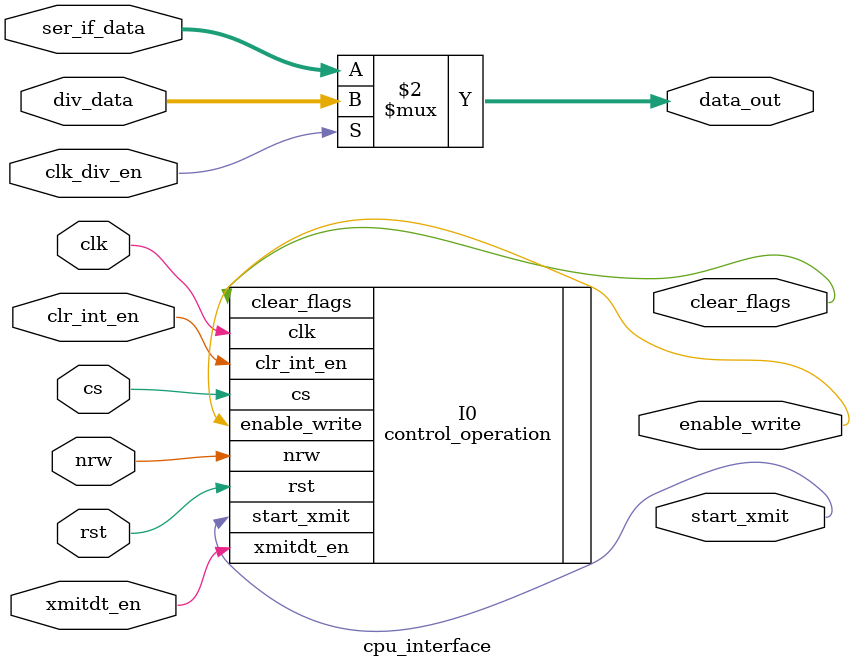
<source format=v>

`resetall
`timescale 1ns/10ps
module cpu_interface( 
   clk, 
   clk_div_en, 
   clr_int_en, 
   cs, 
   div_data, 
   nrw, 
   rst, 
   ser_if_data, 
   xmitdt_en, 
   clear_flags, 
   data_out, 
   enable_write, 
   start_xmit
);


// Internal Declarations

input        clk;
input        clk_div_en;
input        clr_int_en;
input        cs;
input  [7:0] div_data;
input        nrw;
input        rst;
input  [7:0] ser_if_data;
input        xmitdt_en;
output       clear_flags;
output [7:0] data_out;
output       enable_write;
output       start_xmit;


wire        clk;
wire        clk_div_en;
wire        clr_int_en;
wire        cs;
wire [7:0]  div_data;
wire        nrw;
wire        rst;
wire [7:0]  ser_if_data;
wire        xmitdt_en;
wire        clear_flags;
wire [7:0]  data_out;
wire        enable_write;
wire        start_xmit;

// Local declarations

// Internal signal declarations


// Instances 
control_operation I0( 
   .clk          (clk), 
   .clr_int_en   (clr_int_en), 
   .cs           (cs), 
   .nrw          (nrw), 
   .rst          (rst), 
   .xmitdt_en    (xmitdt_en), 
   .clear_flags  (clear_flags), 
   .enable_write (enable_write), 
   .start_xmit   (start_xmit)
); 

// ModuleWare instances.

// HDL Embedded Text Block 1 data_out_mux
assign data_out = (clk_div_en == 1) ? div_data : ser_if_data;
endmodule // cpu_interface


</source>
